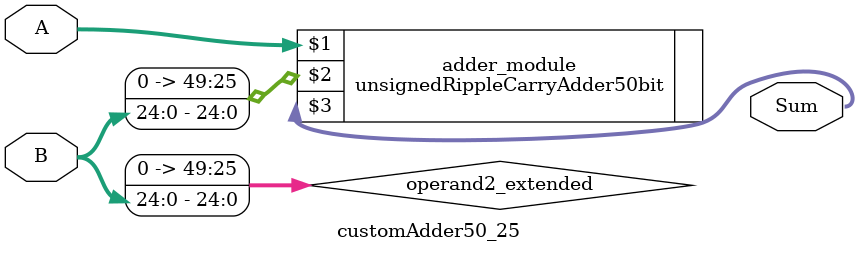
<source format=v>
module customAdder50_25(
                        input [49 : 0] A,
                        input [24 : 0] B,
                        
                        output [50 : 0] Sum
                );

        wire [49 : 0] operand2_extended;
        
        assign operand2_extended =  {25'b0, B};
        
        unsignedRippleCarryAdder50bit adder_module(
            A,
            operand2_extended,
            Sum
        );
        
        endmodule
        
</source>
